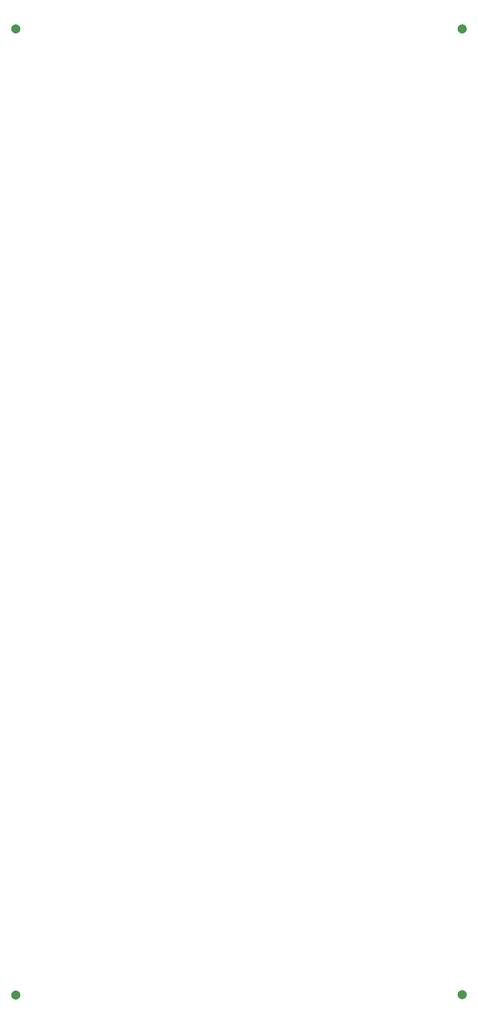
<source format=gbp>
G04 Layer_Color=128*
%FSLAX24Y24*%
%MOIN*%
G70*
G01*
G75*
G04:AMPARAMS|DCode=11|XSize=78.7mil|YSize=78.7mil|CornerRadius=39.4mil|HoleSize=0mil|Usage=FLASHONLY|Rotation=90.000|XOffset=0mil|YOffset=0mil|HoleType=Round|Shape=RoundedRectangle|*
%AMROUNDEDRECTD11*
21,1,0.0787,0.0000,0,0,90.0*
21,1,0.0000,0.0787,0,0,90.0*
1,1,0.0787,0.0000,0.0000*
1,1,0.0787,0.0000,0.0000*
1,1,0.0787,0.0000,0.0000*
1,1,0.0787,0.0000,0.0000*
%
%ADD11ROUNDEDRECTD11*%
D11*
X3811Y84819D02*
D03*
X42400D02*
D03*
Y1341D02*
D03*
X3811Y1311D02*
D03*
M02*

</source>
